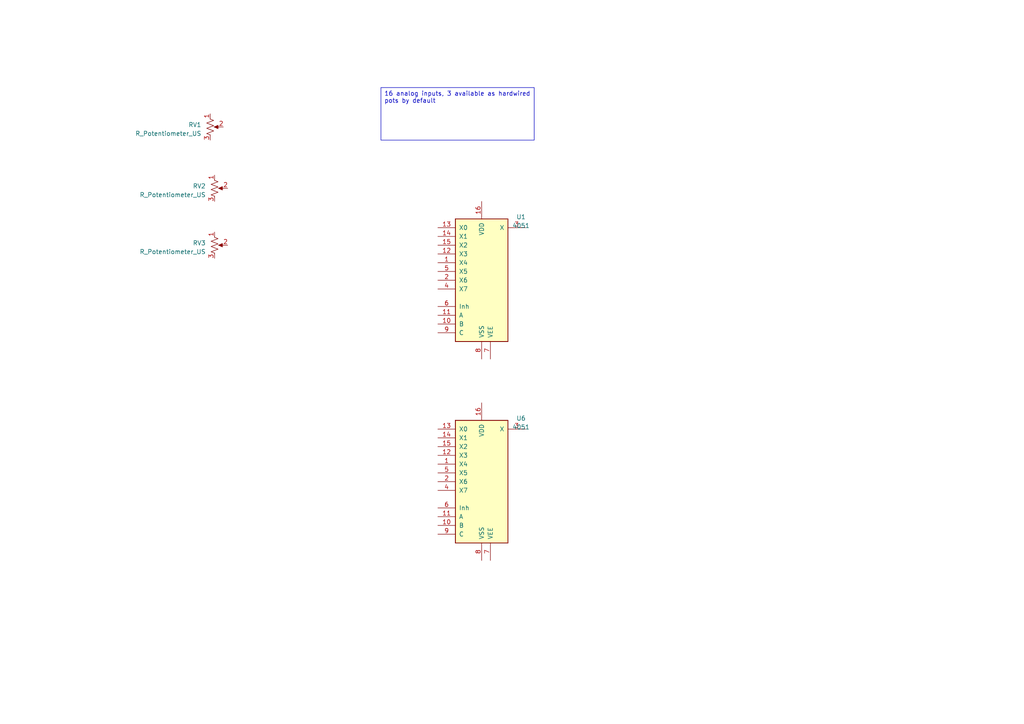
<source format=kicad_sch>
(kicad_sch (version 20230121) (generator eeschema)
  (paper "A4")
  (lib_symbols
    (symbol "4xxx:4051" (pin_names (offset 1.016))
      (property "Reference" "U" (at -7.62 19.05 0))
      (property "Value" "4051" (at -7.62 -19.05 0))
      (symbol "4051_1_0"
        (pin passive line (at -12.7 5.08 0) (length 5.08) (name "X4") (number "1"))
        (pin input line (at -12.7 -12.7 0) (length 5.08) (name "B") (number "10"))
        (pin input line (at -12.7 -10.16 0) (length 5.08) (name "A") (number "11"))
        (pin passive line (at -12.7 7.62 0) (length 5.08) (name "X3") (number "12"))
        (pin passive line (at -12.7 15.24 0) (length 5.08) (name "X0") (number "13"))
        (pin passive line (at -12.7 12.7 0) (length 5.08) (name "X1") (number "14"))
        (pin passive line (at -12.7 10.16 0) (length 5.08) (name "X2") (number "15"))
        (pin power_in line (at 0 22.86 270) (length 5.08) (name "VDD") (number "16"))
        (pin passive line (at -12.7 0 0) (length 5.08) (name "X6") (number "2"))
        (pin passive line (at 12.7 15.24 180) (length 5.08) (name "X") (number "3"))
        (pin passive line (at -12.7 -2.54 0) (length 5.08) (name "X7") (number "4"))
        (pin passive line (at -12.7 2.54 0) (length 5.08) (name "X5") (number "5"))
        (pin input line (at -12.7 -7.62 0) (length 5.08) (name "Inh") (number "6"))
        (pin power_in line (at 2.54 -22.86 90) (length 5.08) (name "VEE") (number "7"))
        (pin power_in line (at 0 -22.86 90) (length 5.08) (name "VSS") (number "8"))
        (pin input line (at -12.7 -15.24 0) (length 5.08) (name "C") (number "9"))
      )
      (symbol "4051_1_1"
        (rectangle (start -7.62 17.78) (end 7.62 -17.78) (stroke (width 0.254)) (fill (type background)))
      )
    )
    (symbol "Device:R_Potentiometer_US" (pin_names (offset 1.016) hide)
      (property "Reference" "RV" (at -4.445 0 90))
      (property "Value" "R_Potentiometer_US" (at -2.54 0 90))
      (symbol "R_Potentiometer_US_0_1"
        (polyline (pts (xy 0 -2.286) (xy 0 -2.54)))
        (polyline (pts (xy 0 2.54) (xy 0 2.286)))
        (polyline (pts (xy 2.54 0) (xy 1.524 0)))
        (polyline (pts (xy 1.143 0) (xy 2.286 0.508) (xy 2.286 -0.508) (xy 1.143 0)) (fill (type outline)))
        (polyline (pts (xy 0 -0.762) (xy 1.016 -1.143) (xy 0 -1.524) (xy -1.016 -1.905) (xy 0 -2.286)))
        (polyline (pts (xy 0 0.762) (xy 1.016 0.381) (xy 0 0) (xy -1.016 -0.381) (xy 0 -0.762)))
        (polyline (pts (xy 0 2.286) (xy 1.016 1.905) (xy 0 1.524) (xy -1.016 1.143) (xy 0 0.762)))
      )
      (symbol "R_Potentiometer_US_1_1"
        (pin passive line (at 0 3.81 270) (length 1.27) (name "1") (number "1"))
        (pin passive line (at 3.81 0 180) (length 1.27) (name "2") (number "2"))
        (pin passive line (at 0 -3.81 90) (length 1.27) (name "3") (number "3"))
      )
    )
  )
  (text_box "16 analog inputs, 3 available as hardwired pots by default" (at 110.49 25.4 0) (size 44.45 15.24) (effects (font (size 1.27 1.27)) (justify left top)))
  (symbol (lib_id "4xxx:4051") (at 139.7 139.7 0) (unit 1)
    (property "Reference" "U6" (at 151.13 121.3359 0))
    (property "Value" "4051" (at 151.13 123.8759 0))
    (property "Footprint" "Package_SO:SOIC-16_3.9x9.9mm_P1.27mm" (effects hide))
    (property "Datasheet" "http://www.intersil.com/content/dam/Intersil/documents/cd40/cd4051bms-52bms-53bms.pdf" (effects hide))
    (instances (project "stomp_00" (path "" (reference "U6") (unit 1)) (path "" (reference "U11") (unit 1))))
  )
  (symbol (lib_id "Device:R_Potentiometer_US") (at 60.96 36.83 0) (unit 1)
    (property "Reference" "RV1" (at 58.42 36.195 0) (effects (justify right)))
    (property "Value" "R_Potentiometer_US" (at 58.42 38.735 0) (effects (justify right)))
    (property "Footprint" "Potentiometer_THT:Potentiometer_Piher_PC-16_Single_Vertical" (effects hide))
    (instances (project "stomp_00" (path "" (reference "RV1") (unit 1)) (path "" (reference "RV4") (unit 1))))
  )
  (symbol (lib_id "Device:R_Potentiometer_US") (at 62.23 71.12 0) (unit 1)
    (property "Reference" "RV3" (at 59.69 70.485 0) (effects (justify right)))
    (property "Value" "R_Potentiometer_US" (at 59.69 73.025 0) (effects (justify right)))
    (property "Footprint" "Potentiometer_THT:Potentiometer_Piher_PC-16_Single_Vertical" (effects hide))
    (instances (project "stomp_00" (path "" (reference "RV3") (unit 1)) (path "" (reference "RV6") (unit 1))))
  )
  (symbol (lib_id "Device:R_Potentiometer_US") (at 62.23 54.61 0) (unit 1)
    (property "Reference" "RV2" (at 59.69 53.975 0) (effects (justify right)))
    (property "Value" "R_Potentiometer_US" (at 59.69 56.515 0) (effects (justify right)))
    (property "Footprint" "Potentiometer_THT:Potentiometer_Piher_PC-16_Single_Vertical" (effects hide))
    (instances (project "stomp_00" (path "" (reference "RV2") (unit 1)) (path "" (reference "RV5") (unit 1))))
  )
  (symbol (lib_id "4xxx:4051") (at 139.7 81.28 0) (unit 1)
    (property "Reference" "U1" (at 151.13 62.9159 0))
    (property "Value" "4051" (at 151.13 65.4559 0))
    (property "Footprint" "Package_SO:SOIC-16_3.9x9.9mm_P1.27mm" (effects hide))
    (property "Datasheet" "http://www.intersil.com/content/dam/Intersil/documents/cd40/cd4051bms-52bms-53bms.pdf" (effects hide))
    (instances (project "stomp_00" (path "" (reference "U1") (unit 1)) (path "" (reference "U11") (unit 1))))
  )
)
</source>
